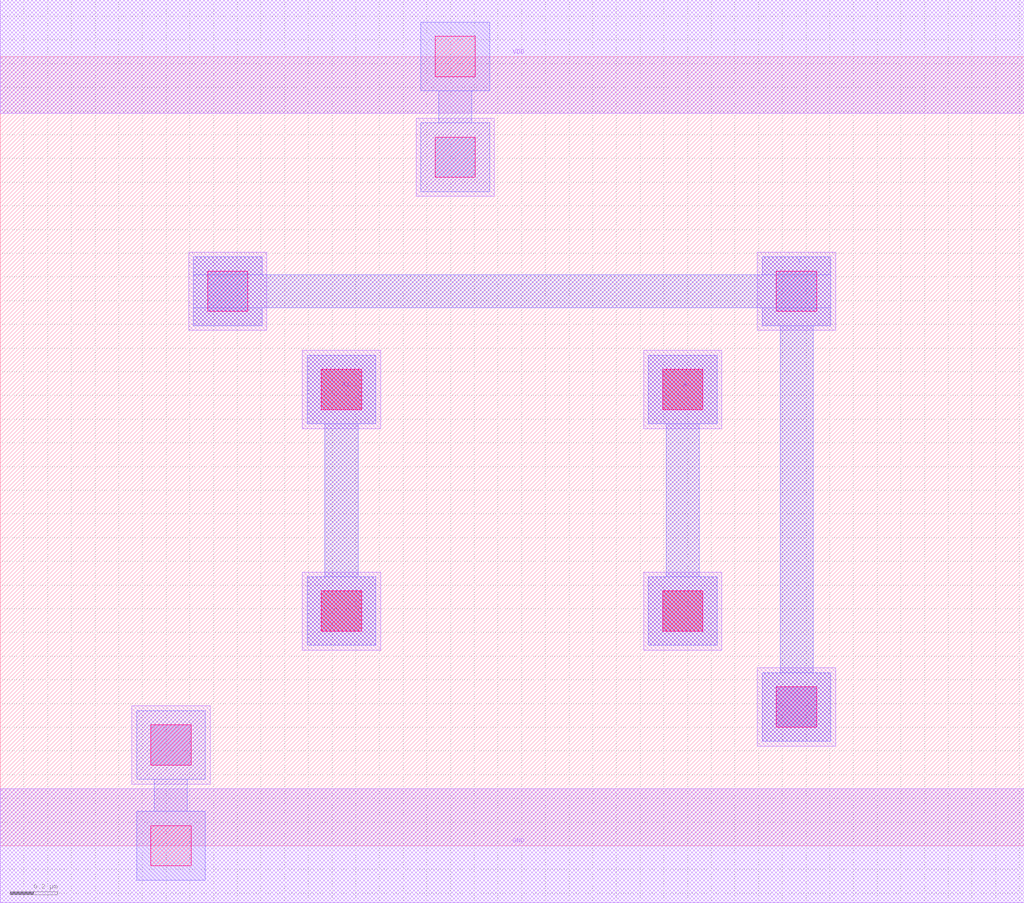
<source format=lef>
MACRO AOI21
 CLASS CORE ;
 FOREIGN AOI21 0 0 ;
 SIZE 4.32 BY 3.33 ;
 ORIGIN 0 0 ;
 SYMMETRY X Y R90 ;
 SITE unit ;
  PIN VDD
   DIRECTION INOUT ;
   USE POWER ;
   SHAPE ABUTMENT ;
    PORT
     CLASS CORE ;
       LAYER li1 ;
        RECT 0.00000000 3.09000000 4.32000000 3.57000000 ;
    END
  END VDD

  PIN GND
   DIRECTION INOUT ;
   USE POWER ;
   SHAPE ABUTMENT ;
    PORT
     CLASS CORE ;
       LAYER li1 ;
        RECT 0.00000000 -0.24000000 4.32000000 0.24000000 ;
    END
  END GND

  PIN Y
   DIRECTION INOUT ;
   USE SIGNAL ;
   SHAPE ABUTMENT ;
    PORT
     CLASS CORE ;
       LAYER met1 ;
        RECT 3.21500000 0.44000000 3.50500000 0.73000000 ;
        RECT 3.29000000 0.73000000 3.43000000 2.19500000 ;
        RECT 0.81500000 2.19500000 1.10500000 2.27000000 ;
        RECT 3.21500000 2.19500000 3.50500000 2.27000000 ;
        RECT 0.81500000 2.27000000 3.50500000 2.41000000 ;
        RECT 0.81500000 2.41000000 1.10500000 2.48500000 ;
        RECT 3.21500000 2.41000000 3.50500000 2.48500000 ;
    END
  END Y

  PIN A
   DIRECTION INOUT ;
   USE SIGNAL ;
   SHAPE ABUTMENT ;
    PORT
     CLASS CORE ;
       LAYER met1 ;
        RECT 2.73500000 0.84500000 3.02500000 1.13500000 ;
        RECT 2.81000000 1.13500000 2.95000000 1.78000000 ;
        RECT 2.73500000 1.78000000 3.02500000 2.07000000 ;
    END
  END A

  PIN A1
   DIRECTION INOUT ;
   USE SIGNAL ;
   SHAPE ABUTMENT ;
    PORT
     CLASS CORE ;
       LAYER met1 ;
        RECT 1.29500000 0.84500000 1.58500000 1.13500000 ;
        RECT 1.37000000 1.13500000 1.51000000 1.78000000 ;
        RECT 1.29500000 1.78000000 1.58500000 2.07000000 ;
    END
  END A1

 OBS
    LAYER polycont ;
     RECT 1.35500000 0.90500000 1.52500000 1.07500000 ;
     RECT 2.79500000 0.90500000 2.96500000 1.07500000 ;
     RECT 1.35500000 1.84000000 1.52500000 2.01000000 ;
     RECT 2.79500000 1.84000000 2.96500000 2.01000000 ;

    LAYER pdiffc ;
     RECT 0.87500000 2.25500000 1.04500000 2.42500000 ;
     RECT 3.27500000 2.25500000 3.44500000 2.42500000 ;
     RECT 1.83500000 2.82000000 2.00500000 2.99000000 ;

    LAYER ndiffc ;
     RECT 0.63500000 0.34000000 0.80500000 0.51000000 ;
     RECT 3.27500000 0.50000000 3.44500000 0.67000000 ;

    LAYER li1 ;
     RECT 0.00000000 -0.24000000 4.32000000 0.24000000 ;
     RECT 0.55500000 0.26000000 0.88500000 0.59000000 ;
     RECT 3.19500000 0.42000000 3.52500000 0.75000000 ;
     RECT 1.27500000 0.82500000 1.60500000 1.15500000 ;
     RECT 2.71500000 0.82500000 3.04500000 1.15500000 ;
     RECT 1.27500000 1.76000000 1.60500000 2.09000000 ;
     RECT 2.71500000 1.76000000 3.04500000 2.09000000 ;
     RECT 0.79500000 2.17500000 1.12500000 2.50500000 ;
     RECT 3.19500000 2.17500000 3.52500000 2.50500000 ;
     RECT 1.75500000 2.74000000 2.08500000 3.07000000 ;
     RECT 0.00000000 3.09000000 4.32000000 3.57000000 ;

    LAYER viali ;
     RECT 0.63500000 -0.08500000 0.80500000 0.08500000 ;
     RECT 0.63500000 0.34000000 0.80500000 0.51000000 ;
     RECT 3.27500000 0.50000000 3.44500000 0.67000000 ;
     RECT 1.35500000 0.90500000 1.52500000 1.07500000 ;
     RECT 2.79500000 0.90500000 2.96500000 1.07500000 ;
     RECT 1.35500000 1.84000000 1.52500000 2.01000000 ;
     RECT 2.79500000 1.84000000 2.96500000 2.01000000 ;
     RECT 0.87500000 2.25500000 1.04500000 2.42500000 ;
     RECT 3.27500000 2.25500000 3.44500000 2.42500000 ;
     RECT 1.83500000 2.82000000 2.00500000 2.99000000 ;
     RECT 1.83500000 3.24500000 2.00500000 3.41500000 ;

    LAYER met1 ;
     RECT 0.57500000 -0.14500000 0.86500000 0.14500000 ;
     RECT 0.65000000 0.14500000 0.79000000 0.28000000 ;
     RECT 0.57500000 0.28000000 0.86500000 0.57000000 ;
     RECT 1.29500000 0.84500000 1.58500000 1.13500000 ;
     RECT 1.37000000 1.13500000 1.51000000 1.78000000 ;
     RECT 1.29500000 1.78000000 1.58500000 2.07000000 ;
     RECT 2.73500000 0.84500000 3.02500000 1.13500000 ;
     RECT 2.81000000 1.13500000 2.95000000 1.78000000 ;
     RECT 2.73500000 1.78000000 3.02500000 2.07000000 ;
     RECT 3.21500000 0.44000000 3.50500000 0.73000000 ;
     RECT 3.29000000 0.73000000 3.43000000 2.19500000 ;
     RECT 0.81500000 2.19500000 1.10500000 2.27000000 ;
     RECT 3.21500000 2.19500000 3.50500000 2.27000000 ;
     RECT 0.81500000 2.27000000 3.50500000 2.41000000 ;
     RECT 0.81500000 2.41000000 1.10500000 2.48500000 ;
     RECT 3.21500000 2.41000000 3.50500000 2.48500000 ;
     RECT 1.77500000 2.76000000 2.06500000 3.05000000 ;
     RECT 1.85000000 3.05000000 1.99000000 3.18500000 ;
     RECT 1.77500000 3.18500000 2.06500000 3.47500000 ;

 END
END AOI21

</source>
